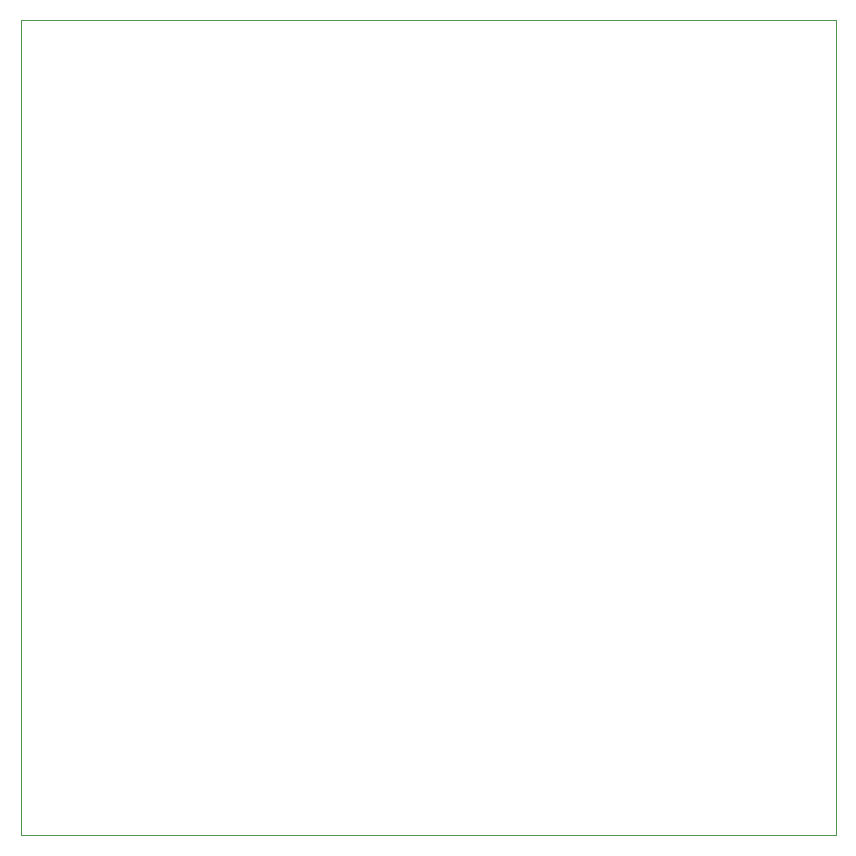
<source format=gm1>
G04 #@! TF.GenerationSoftware,KiCad,Pcbnew,9.0.3*
G04 #@! TF.CreationDate,2025-08-26T17:47:51-07:00*
G04 #@! TF.ProjectId,sdi12_breakout,73646931-325f-4627-9265-616b6f75742e,V1*
G04 #@! TF.SameCoordinates,Original*
G04 #@! TF.FileFunction,Profile,NP*
%FSLAX45Y45*%
G04 Gerber Fmt 4.5, Leading zero omitted, Abs format (unit mm)*
G04 Created by KiCad (PCBNEW 9.0.3) date 2025-08-26 17:47:51*
%MOMM*%
%LPD*%
G01*
G04 APERTURE LIST*
G04 #@! TA.AperFunction,Profile*
%ADD10C,0.050000*%
G04 #@! TD*
G04 APERTURE END LIST*
D10*
X1250000Y-1300000D02*
X8150000Y-1300000D01*
X8150000Y-8200000D01*
X1250000Y-8200000D01*
X1250000Y-1300000D01*
M02*

</source>
